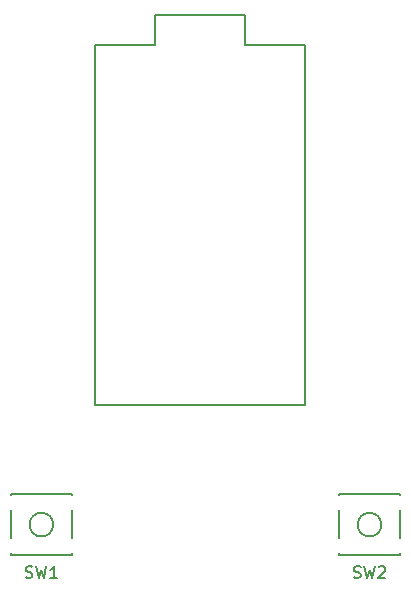
<source format=gto>
G04 #@! TF.GenerationSoftware,KiCad,Pcbnew,(5.1.4)-1*
G04 #@! TF.CreationDate,2022-05-26T12:08:07-08:00*
G04 #@! TF.ProjectId,No2 controller PCB,4e6f3220-636f-46e7-9472-6f6c6c657220,rev?*
G04 #@! TF.SameCoordinates,Original*
G04 #@! TF.FileFunction,Legend,Top*
G04 #@! TF.FilePolarity,Positive*
%FSLAX46Y46*%
G04 Gerber Fmt 4.6, Leading zero omitted, Abs format (unit mm)*
G04 Created by KiCad (PCBNEW (5.1.4)-1) date 2022-05-26 12:08:07*
%MOMM*%
%LPD*%
G04 APERTURE LIST*
%ADD10C,0.150000*%
%ADD11C,1.852000*%
%ADD12C,4.089800*%
%ADD13C,1.702000*%
%ADD14R,1.702000X1.702000*%
%ADD15R,1.902000X1.202000*%
G04 APERTURE END LIST*
D10*
X146489611Y-72548750D02*
X128709611Y-72548750D01*
X146489611Y-42068750D02*
X146489611Y-72548750D01*
X141409611Y-42068750D02*
X146489611Y-42068750D01*
X141409611Y-39528750D02*
X141409611Y-42068750D01*
X133789611Y-39528750D02*
X141409611Y-39528750D01*
X133789611Y-42068750D02*
X133789611Y-39528750D01*
X128709611Y-42068750D02*
X133789611Y-42068750D01*
X128709611Y-42068750D02*
X128709611Y-72548750D01*
X149323750Y-80108750D02*
X154523750Y-80108750D01*
X154523750Y-80108750D02*
X154523750Y-85308750D01*
X154523750Y-85308750D02*
X149323750Y-85308750D01*
X149323750Y-85308750D02*
X149323750Y-80108750D01*
X152923750Y-82708750D02*
G75*
G03X152923750Y-82708750I-1000000J0D01*
G01*
X121542500Y-80108750D02*
X126742500Y-80108750D01*
X126742500Y-80108750D02*
X126742500Y-85308750D01*
X126742500Y-85308750D02*
X121542500Y-85308750D01*
X121542500Y-85308750D02*
X121542500Y-80108750D01*
X125142500Y-82708750D02*
G75*
G03X125142500Y-82708750I-1000000J0D01*
G01*
X150590416Y-87177511D02*
X150733273Y-87225130D01*
X150971369Y-87225130D01*
X151066607Y-87177511D01*
X151114226Y-87129892D01*
X151161845Y-87034654D01*
X151161845Y-86939416D01*
X151114226Y-86844178D01*
X151066607Y-86796559D01*
X150971369Y-86748940D01*
X150780892Y-86701321D01*
X150685654Y-86653702D01*
X150638035Y-86606083D01*
X150590416Y-86510845D01*
X150590416Y-86415607D01*
X150638035Y-86320369D01*
X150685654Y-86272750D01*
X150780892Y-86225130D01*
X151018988Y-86225130D01*
X151161845Y-86272750D01*
X151495178Y-86225130D02*
X151733273Y-87225130D01*
X151923750Y-86510845D01*
X152114226Y-87225130D01*
X152352321Y-86225130D01*
X152685654Y-86320369D02*
X152733273Y-86272750D01*
X152828511Y-86225130D01*
X153066607Y-86225130D01*
X153161845Y-86272750D01*
X153209464Y-86320369D01*
X153257083Y-86415607D01*
X153257083Y-86510845D01*
X153209464Y-86653702D01*
X152638035Y-87225130D01*
X153257083Y-87225130D01*
X122809166Y-87177511D02*
X122952023Y-87225130D01*
X123190119Y-87225130D01*
X123285357Y-87177511D01*
X123332976Y-87129892D01*
X123380595Y-87034654D01*
X123380595Y-86939416D01*
X123332976Y-86844178D01*
X123285357Y-86796559D01*
X123190119Y-86748940D01*
X122999642Y-86701321D01*
X122904404Y-86653702D01*
X122856785Y-86606083D01*
X122809166Y-86510845D01*
X122809166Y-86415607D01*
X122856785Y-86320369D01*
X122904404Y-86272750D01*
X122999642Y-86225130D01*
X123237738Y-86225130D01*
X123380595Y-86272750D01*
X123713928Y-86225130D02*
X123952023Y-87225130D01*
X124142500Y-86510845D01*
X124332976Y-87225130D01*
X124571071Y-86225130D01*
X125475833Y-87225130D02*
X124904404Y-87225130D01*
X125190119Y-87225130D02*
X125190119Y-86225130D01*
X125094880Y-86367988D01*
X124999642Y-86463226D01*
X124904404Y-86510845D01*
%LPC*%
D11*
X89777762Y-92990971D03*
X79617762Y-92990971D03*
D12*
X84697762Y-92990971D03*
D11*
X99320823Y-73874165D03*
X89160823Y-73874165D03*
D12*
X94240823Y-73874165D03*
D13*
X145219611Y-43338750D03*
X145219611Y-45878750D03*
X145219611Y-48418750D03*
X145219611Y-50958750D03*
X145219611Y-53498750D03*
X145219611Y-56038750D03*
X145219611Y-58578750D03*
X145219611Y-61118750D03*
X145219611Y-63658750D03*
X145219611Y-66198750D03*
X145219611Y-68738750D03*
X145219611Y-71278750D03*
X129979611Y-71278750D03*
X129979611Y-68738750D03*
X129979611Y-66198750D03*
X129979611Y-63658750D03*
X129979611Y-61118750D03*
X129979611Y-58578750D03*
X129979611Y-56038750D03*
X129979611Y-53498750D03*
X129979611Y-50958750D03*
X129979611Y-48418750D03*
X129979611Y-45878750D03*
D14*
X129979611Y-43338750D03*
D15*
X148823750Y-84558750D03*
X155023750Y-80858750D03*
X148823750Y-80858750D03*
X155023750Y-84558750D03*
X121042500Y-84558750D03*
X127242500Y-80858750D03*
X121042500Y-80858750D03*
X127242500Y-84558750D03*
D11*
X206249505Y-82013124D03*
X196089505Y-82013124D03*
D12*
X201169505Y-82013124D03*
D11*
X206179463Y-62934575D03*
X196019463Y-62934575D03*
D12*
X201099463Y-62934575D03*
D11*
X187198491Y-84985281D03*
X177038491Y-84985281D03*
D12*
X182118491Y-84985281D03*
D11*
X187149785Y-65981811D03*
X176989785Y-65981811D03*
D12*
X182069785Y-65981811D03*
D11*
X89765138Y-54912158D03*
X79605138Y-54912158D03*
D12*
X84685138Y-54912158D03*
D11*
X80234702Y-73935535D03*
X70074702Y-73935535D03*
D12*
X75154702Y-73935535D03*
M02*

</source>
